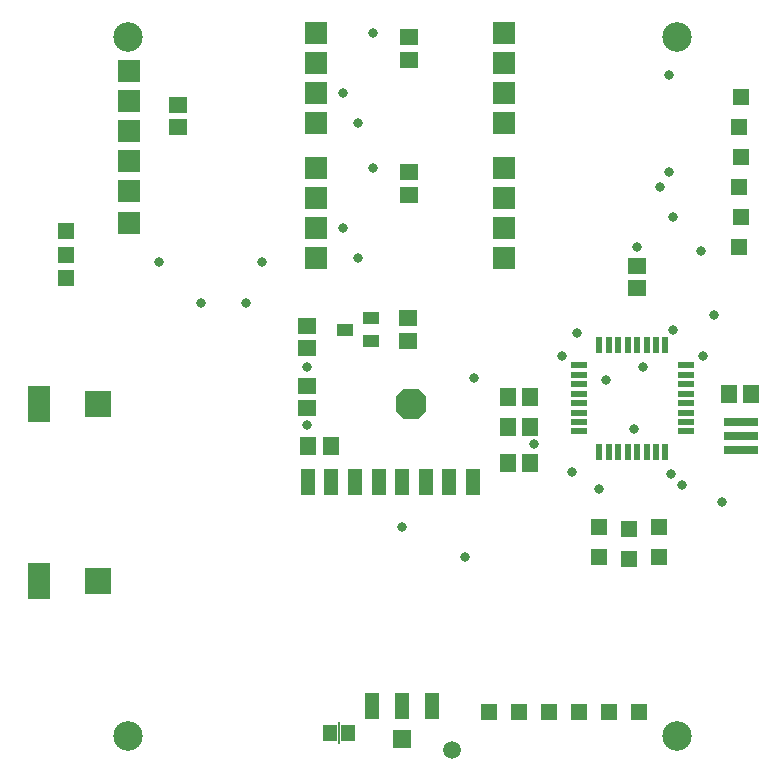
<source format=gbs>
%FSLAX35Y35*%
%MOIN*%
%IN4=Loetstoppmaskeunten(X.StopBot)*%
%ADD10C,0.00591*%
%ADD11C,0.00004*%
%ADD12C,0.00200*%
%ADD13C,0.00240*%
%ADD14C,0.00300*%
%ADD15C,0.00384*%
%ADD16C,0.00400*%
%ADD17C,0.00413*%
%ADD18C,0.00535*%
%ADD19C,0.00600*%
%ADD20C,0.00748*%
%ADD21C,0.00768*%
%ADD22C,0.00787*%
%ADD23C,0.00800*%
%ADD24C,0.00886*%
%ADD25C,0.01024*%
%ADD26C,0.01181*%
%ADD27C,0.01575*%
%ADD28C,0.01969*%
%ADD29C,0.02362*%
%ADD30C,0.03150*%
%ADD31C,0.03536*%
%ADD32C,0.05000*%
%ADD33C,0.05906*%
%ADD34C,0.09843*%
%AMR_35*21,1,0.00600,0.07200,0,0,0.000*%
%ADD35R_35*%
%AMR_36*21,1,0.00788,0.03150,0,0,0.000*%
%ADD36R_36*%
%AMR_37*21,1,0.01181,0.00591,0,0,0.000*%
%ADD37R_37*%
%AMR_38*21,1,0.01181,0.01181,0,0,0.000*%
%ADD38R_38*%
%AMR_39*21,1,0.01250,0.04375,0,0,0.000*%
%ADD39R_39*%
%AMR_40*21,1,0.01400,0.05600,0,0,0.000*%
%ADD40R_40*%
%AMR_41*21,1,0.01574,0.04724,0,0,0.000*%
%ADD41R_41*%
%AMR_42*21,1,0.01969,0.05118,0,0,180.000*%
%ADD42R_42*%
%AMR_43*21,1,0.02300,0.01800,0,0,0.000*%
%ADD43R_43*%
%AMR_44*21,1,0.02362,0.05315,0,0,0.000*%
%ADD44R_44*%
%AMR_45*21,1,0.02756,0.11024,0,0,270.000*%
%ADD45R_45*%
%AMR_46*21,1,0.02953,0.05709,0,0,0.000*%
%ADD46R_46*%
%AMR_47*21,1,0.03150,0.00788,0,0,0.000*%
%ADD47R_47*%
%AMR_48*21,1,0.03750,0.01875,0,0,0.000*%
%ADD48R_48*%
%AMR_49*21,1,0.03750,0.13125,0,0,0.000*%
%ADD49R_49*%
%AMR_50*21,1,0.03937,0.05512,0,0,270.000*%
%ADD50R_50*%
%AMR_51*21,1,0.04600,0.05512,0,0,0.000*%
%ADD51R_51*%
%AMR_52*21,1,0.04724,0.01574,0,0,0.000*%
%ADD52R_52*%
%AMR_53*21,1,0.04724,0.04724,0,0,0.000*%
%ADD53R_53*%
%AMR_54*21,1,0.04724,0.04724,0,0,90.000*%
%ADD54R_54*%
%AMR_55*21,1,0.05118,0.01969,0,0,180.000*%
%ADD55R_55*%
%AMR_56*21,1,0.05118,0.05906,0,0,0.000*%
%ADD56R_56*%
%AMR_57*21,1,0.05118,0.05906,0,0,90.000*%
%ADD57R_57*%
%AMR_58*21,1,0.05118,0.05906,0,0,180.000*%
%ADD58R_58*%
%AMR_59*21,1,0.05118,0.06299,0,0,90.000*%
%ADD59R_59*%
%AMR_60*21,1,0.05118,0.06299,0,0,180.000*%
%ADD60R_60*%
%AMR_61*21,1,0.05118,0.06299,0,0,270.000*%
%ADD61R_61*%
%AMR_62*21,1,0.05512,0.05512,0,0,0.000*%
%ADD62R_62*%
%AMR_63*21,1,0.05512,0.05512,0,0,90.000*%
%ADD63R_63*%
%AMR_64*21,1,0.05512,0.05512,0,0,180.000*%
%ADD64R_64*%
%AMR_65*21,1,0.05512,0.05512,0,0,270.000*%
%ADD65R_65*%
%AMR_66*21,1,0.05600,0.01400,0,0,0.000*%
%ADD66R_66*%
%AMR_67*21,1,0.05709,0.02953,0,0,0.000*%
%ADD67R_67*%
%AMR_68*21,1,0.06299,0.06299,0,0,0.000*%
%ADD68R_68*%
%AMR_69*21,1,0.07087,0.07087,0,0,270.000*%
%ADD69R_69*%
%AMR_70*21,1,0.07087,0.11811,0,0,0.000*%
%ADD70R_70*%
%AMR_71*21,1,0.07874,0.06299,0,0,90.000*%
%ADD71R_71*%
%AMR_72*21,1,0.08661,0.04724,0,0,270.000*%
%ADD72R_72*%
%AMR_73*21,1,0.08661,0.08661,0,0,0.000*%
%ADD73R_73*%
%AMR_74*21,1,0.09843,0.19685,0,0,0.000*%
%ADD74R_74*%
%AMR_75*21,1,0.10000,0.01875,0,0,0.000*%
%ADD75R_75*%
%AMR_76*21,1,0.10625,0.01875,0,0,0.000*%
%ADD76R_76*%
%AMR_77*21,1,0.10625,0.19685,0,0,0.000*%
%ADD77R_77*%
%AMR_78*21,1,0.19685,0.09843,0,0,0.000*%
%ADD78R_78*%
%AMR_79*21,1,0.19685,0.19685,0,0,0.000*%
%ADD79R_79*%
%AMOCT_80*4,1,8,0.049213,0.024606,0.024606,0.049213,-0.024606,0.049213,-0.049213,0.024606,-0.049213,-0.024606,-0.024606,-0.049213,0.024606,-0.049213,0.049213,-0.024606,0.049213,0.024606,0.000*%
%ADD80OCT_80*%
G54D30*
X225231Y170856D03*
X44606Y167106D03*
X214606Y229606D03*
X125590Y93882D03*
X191278Y91481D03*
X125590Y78981D03*
X215856Y144606D03*
X149606Y128356D03*
X205856Y132106D03*
X215856Y182106D03*
X211481Y192106D03*
X149212Y93882D03*
X182106Y97106D03*
X214606Y197106D03*
X232106Y87106D03*
X229606Y149606D03*
X110856Y168356D03*
X110856Y213356D03*
X105856Y178356D03*
X105856Y223356D03*
X193356Y127731D03*
X215231Y96481D03*
X202731Y111481D03*
X183981Y143356D03*
X218981Y92731D03*
X93981Y132106D03*
X178981Y135856D03*
X73356Y153356D03*
X58356Y153356D03*
X78981Y167106D03*
X203876Y172106D03*
X115856Y198356D03*
X115856Y243356D03*
X169606Y106481D03*
X93981Y112731D03*
X146481Y68981D03*
X225856Y135856D03*
G54D33*
X142106Y4606D03*
G54D34*
X34055Y9055D03*
X217125Y9055D03*
X217125Y242125D03*
X34055Y242125D03*
G54D42*
X213325Y103979D03*
X210176Y103979D03*
X207026Y103979D03*
X203876Y103979D03*
X200727Y103979D03*
X197577Y103979D03*
X194428Y103979D03*
X191278Y103979D03*
X191278Y139412D03*
X194428Y139412D03*
X197577Y139412D03*
X200727Y139412D03*
X203876Y139412D03*
X207026Y139412D03*
X210176Y139412D03*
X213325Y139412D03*
G54D45*
X238356Y113821D03*
X238356Y109097D03*
X238356Y104372D03*
G54D50*
X106525Y144606D03*
X115187Y140866D03*
X115187Y148346D03*
G54D51*
X101606Y10231D03*
X107606Y10231D03*
G54D55*
X220018Y132719D03*
X220018Y129569D03*
X220018Y126420D03*
X220018Y123270D03*
X220018Y120120D03*
X220018Y116971D03*
X220018Y113821D03*
X220018Y110672D03*
X184585Y110672D03*
X184585Y113821D03*
X184585Y116971D03*
X184585Y120120D03*
X184585Y123270D03*
X184585Y126420D03*
X184585Y129569D03*
X184585Y132719D03*
G54D56*
X160866Y122106D03*
X168346Y122106D03*
X160866Y112106D03*
X168346Y112106D03*
X94291Y105856D03*
X101771Y105856D03*
G54D57*
X127731Y234616D03*
X127731Y242096D03*
X127731Y189616D03*
X127731Y197096D03*
X203876Y158366D03*
X203876Y165846D03*
X50856Y212116D03*
X50856Y219596D03*
G54D58*
X241868Y123270D03*
X234388Y123270D03*
G54D59*
X93981Y118366D03*
X93981Y125846D03*
X93981Y138366D03*
X93981Y145846D03*
G54D60*
X168346Y100231D03*
X160866Y100231D03*
G54D61*
X127418Y148346D03*
X127418Y140866D03*
G54D62*
X191278Y78981D03*
X191278Y68981D03*
X201278Y78193D03*
X201278Y68193D03*
X211278Y78981D03*
X211278Y68981D03*
G54D63*
X237731Y172106D03*
X238518Y182106D03*
X237731Y192106D03*
X238518Y202106D03*
X237731Y212106D03*
X238518Y222106D03*
G54D64*
X204606Y17106D03*
X194606Y17106D03*
X184606Y17106D03*
X174606Y17106D03*
X164606Y17106D03*
X154606Y17106D03*
G54D65*
X13356Y161732D03*
X13356Y177480D03*
X13356Y169606D03*
G54D68*
X125590Y8043D03*
G54D69*
X96850Y243356D03*
X96850Y233356D03*
X96850Y223356D03*
X96850Y213356D03*
X96850Y198356D03*
X96850Y188356D03*
X96850Y178356D03*
X96850Y168356D03*
X159606Y243356D03*
X159606Y233356D03*
X159606Y223356D03*
X159606Y213356D03*
X159606Y198356D03*
X159606Y188356D03*
X159606Y178356D03*
X159606Y168356D03*
X34606Y220856D03*
X34606Y210856D03*
X34606Y200856D03*
X34606Y190856D03*
X34606Y180231D03*
X34606Y230856D03*
G54D70*
X4606Y119758D03*
X4606Y60703D03*
G54D72*
X94094Y93882D03*
X101968Y93882D03*
X109842Y93882D03*
X117716Y93882D03*
X125590Y93882D03*
X133464Y93882D03*
X141338Y93882D03*
X149212Y93882D03*
X135590Y19079D03*
X125590Y19079D03*
X115590Y19079D03*
G54D73*
X24025Y119758D03*
X24025Y60703D03*
G54D80*
X128356Y119758D03*
G36*
X104306Y6631D02*
X104306Y13831D01*
X104906Y13831D01*
X104906Y6631D01*
X104306Y6631D01*
D02*G37*
M02*

</source>
